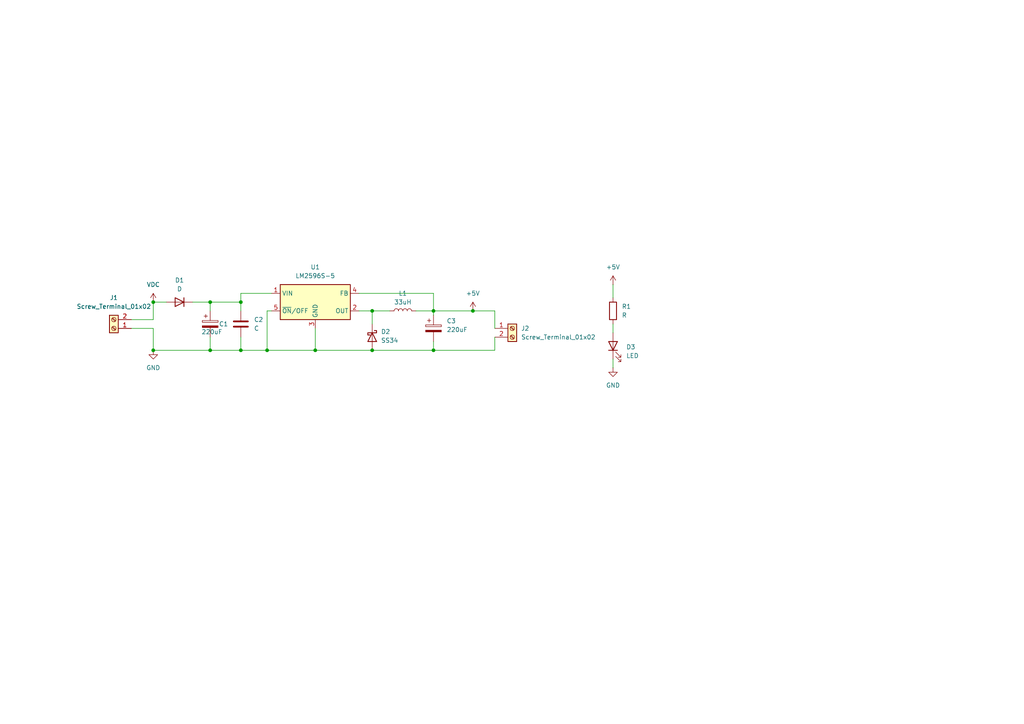
<source format=kicad_sch>
(kicad_sch
	(version 20231120)
	(generator "eeschema")
	(generator_version "8.0")
	(uuid "9b6d479a-7e0d-4446-aa84-f17db5e79dad")
	(paper "A4")
	(lib_symbols
		(symbol "Connector:Screw_Terminal_01x02"
			(pin_names
				(offset 1.016) hide)
			(exclude_from_sim no)
			(in_bom yes)
			(on_board yes)
			(property "Reference" "J"
				(at 0 2.54 0)
				(effects
					(font
						(size 1.27 1.27)
					)
				)
			)
			(property "Value" "Screw_Terminal_01x02"
				(at 0 -5.08 0)
				(effects
					(font
						(size 1.27 1.27)
					)
				)
			)
			(property "Footprint" ""
				(at 0 0 0)
				(effects
					(font
						(size 1.27 1.27)
					)
					(hide yes)
				)
			)
			(property "Datasheet" "~"
				(at 0 0 0)
				(effects
					(font
						(size 1.27 1.27)
					)
					(hide yes)
				)
			)
			(property "Description" "Generic screw terminal, single row, 01x02, script generated (kicad-library-utils/schlib/autogen/connector/)"
				(at 0 0 0)
				(effects
					(font
						(size 1.27 1.27)
					)
					(hide yes)
				)
			)
			(property "ki_keywords" "screw terminal"
				(at 0 0 0)
				(effects
					(font
						(size 1.27 1.27)
					)
					(hide yes)
				)
			)
			(property "ki_fp_filters" "TerminalBlock*:*"
				(at 0 0 0)
				(effects
					(font
						(size 1.27 1.27)
					)
					(hide yes)
				)
			)
			(symbol "Screw_Terminal_01x02_1_1"
				(rectangle
					(start -1.27 1.27)
					(end 1.27 -3.81)
					(stroke
						(width 0.254)
						(type default)
					)
					(fill
						(type background)
					)
				)
				(circle
					(center 0 -2.54)
					(radius 0.635)
					(stroke
						(width 0.1524)
						(type default)
					)
					(fill
						(type none)
					)
				)
				(polyline
					(pts
						(xy -0.5334 -2.2098) (xy 0.3302 -3.048)
					)
					(stroke
						(width 0.1524)
						(type default)
					)
					(fill
						(type none)
					)
				)
				(polyline
					(pts
						(xy -0.5334 0.3302) (xy 0.3302 -0.508)
					)
					(stroke
						(width 0.1524)
						(type default)
					)
					(fill
						(type none)
					)
				)
				(polyline
					(pts
						(xy -0.3556 -2.032) (xy 0.508 -2.8702)
					)
					(stroke
						(width 0.1524)
						(type default)
					)
					(fill
						(type none)
					)
				)
				(polyline
					(pts
						(xy -0.3556 0.508) (xy 0.508 -0.3302)
					)
					(stroke
						(width 0.1524)
						(type default)
					)
					(fill
						(type none)
					)
				)
				(circle
					(center 0 0)
					(radius 0.635)
					(stroke
						(width 0.1524)
						(type default)
					)
					(fill
						(type none)
					)
				)
				(pin passive line
					(at -5.08 0 0)
					(length 3.81)
					(name "Pin_1"
						(effects
							(font
								(size 1.27 1.27)
							)
						)
					)
					(number "1"
						(effects
							(font
								(size 1.27 1.27)
							)
						)
					)
				)
				(pin passive line
					(at -5.08 -2.54 0)
					(length 3.81)
					(name "Pin_2"
						(effects
							(font
								(size 1.27 1.27)
							)
						)
					)
					(number "2"
						(effects
							(font
								(size 1.27 1.27)
							)
						)
					)
				)
			)
		)
		(symbol "Device:C"
			(pin_numbers hide)
			(pin_names
				(offset 0.254)
			)
			(exclude_from_sim no)
			(in_bom yes)
			(on_board yes)
			(property "Reference" "C"
				(at 0.635 2.54 0)
				(effects
					(font
						(size 1.27 1.27)
					)
					(justify left)
				)
			)
			(property "Value" "C"
				(at 0.635 -2.54 0)
				(effects
					(font
						(size 1.27 1.27)
					)
					(justify left)
				)
			)
			(property "Footprint" ""
				(at 0.9652 -3.81 0)
				(effects
					(font
						(size 1.27 1.27)
					)
					(hide yes)
				)
			)
			(property "Datasheet" "~"
				(at 0 0 0)
				(effects
					(font
						(size 1.27 1.27)
					)
					(hide yes)
				)
			)
			(property "Description" "Unpolarized capacitor"
				(at 0 0 0)
				(effects
					(font
						(size 1.27 1.27)
					)
					(hide yes)
				)
			)
			(property "ki_keywords" "cap capacitor"
				(at 0 0 0)
				(effects
					(font
						(size 1.27 1.27)
					)
					(hide yes)
				)
			)
			(property "ki_fp_filters" "C_*"
				(at 0 0 0)
				(effects
					(font
						(size 1.27 1.27)
					)
					(hide yes)
				)
			)
			(symbol "C_0_1"
				(polyline
					(pts
						(xy -2.032 -0.762) (xy 2.032 -0.762)
					)
					(stroke
						(width 0.508)
						(type default)
					)
					(fill
						(type none)
					)
				)
				(polyline
					(pts
						(xy -2.032 0.762) (xy 2.032 0.762)
					)
					(stroke
						(width 0.508)
						(type default)
					)
					(fill
						(type none)
					)
				)
			)
			(symbol "C_1_1"
				(pin passive line
					(at 0 3.81 270)
					(length 2.794)
					(name "~"
						(effects
							(font
								(size 1.27 1.27)
							)
						)
					)
					(number "1"
						(effects
							(font
								(size 1.27 1.27)
							)
						)
					)
				)
				(pin passive line
					(at 0 -3.81 90)
					(length 2.794)
					(name "~"
						(effects
							(font
								(size 1.27 1.27)
							)
						)
					)
					(number "2"
						(effects
							(font
								(size 1.27 1.27)
							)
						)
					)
				)
			)
		)
		(symbol "Device:C_Polarized"
			(pin_numbers hide)
			(pin_names
				(offset 0.254)
			)
			(exclude_from_sim no)
			(in_bom yes)
			(on_board yes)
			(property "Reference" "C"
				(at 0.635 2.54 0)
				(effects
					(font
						(size 1.27 1.27)
					)
					(justify left)
				)
			)
			(property "Value" "C_Polarized"
				(at 0.635 -2.54 0)
				(effects
					(font
						(size 1.27 1.27)
					)
					(justify left)
				)
			)
			(property "Footprint" ""
				(at 0.9652 -3.81 0)
				(effects
					(font
						(size 1.27 1.27)
					)
					(hide yes)
				)
			)
			(property "Datasheet" "~"
				(at 0 0 0)
				(effects
					(font
						(size 1.27 1.27)
					)
					(hide yes)
				)
			)
			(property "Description" "Polarized capacitor"
				(at 0 0 0)
				(effects
					(font
						(size 1.27 1.27)
					)
					(hide yes)
				)
			)
			(property "ki_keywords" "cap capacitor"
				(at 0 0 0)
				(effects
					(font
						(size 1.27 1.27)
					)
					(hide yes)
				)
			)
			(property "ki_fp_filters" "CP_*"
				(at 0 0 0)
				(effects
					(font
						(size 1.27 1.27)
					)
					(hide yes)
				)
			)
			(symbol "C_Polarized_0_1"
				(rectangle
					(start -2.286 0.508)
					(end 2.286 1.016)
					(stroke
						(width 0)
						(type default)
					)
					(fill
						(type none)
					)
				)
				(polyline
					(pts
						(xy -1.778 2.286) (xy -0.762 2.286)
					)
					(stroke
						(width 0)
						(type default)
					)
					(fill
						(type none)
					)
				)
				(polyline
					(pts
						(xy -1.27 2.794) (xy -1.27 1.778)
					)
					(stroke
						(width 0)
						(type default)
					)
					(fill
						(type none)
					)
				)
				(rectangle
					(start 2.286 -0.508)
					(end -2.286 -1.016)
					(stroke
						(width 0)
						(type default)
					)
					(fill
						(type outline)
					)
				)
			)
			(symbol "C_Polarized_1_1"
				(pin passive line
					(at 0 3.81 270)
					(length 2.794)
					(name "~"
						(effects
							(font
								(size 1.27 1.27)
							)
						)
					)
					(number "1"
						(effects
							(font
								(size 1.27 1.27)
							)
						)
					)
				)
				(pin passive line
					(at 0 -3.81 90)
					(length 2.794)
					(name "~"
						(effects
							(font
								(size 1.27 1.27)
							)
						)
					)
					(number "2"
						(effects
							(font
								(size 1.27 1.27)
							)
						)
					)
				)
			)
		)
		(symbol "Device:D"
			(pin_numbers hide)
			(pin_names
				(offset 1.016) hide)
			(exclude_from_sim no)
			(in_bom yes)
			(on_board yes)
			(property "Reference" "D"
				(at 0 2.54 0)
				(effects
					(font
						(size 1.27 1.27)
					)
				)
			)
			(property "Value" "D"
				(at 0 -2.54 0)
				(effects
					(font
						(size 1.27 1.27)
					)
				)
			)
			(property "Footprint" ""
				(at 0 0 0)
				(effects
					(font
						(size 1.27 1.27)
					)
					(hide yes)
				)
			)
			(property "Datasheet" "~"
				(at 0 0 0)
				(effects
					(font
						(size 1.27 1.27)
					)
					(hide yes)
				)
			)
			(property "Description" "Diode"
				(at 0 0 0)
				(effects
					(font
						(size 1.27 1.27)
					)
					(hide yes)
				)
			)
			(property "Sim.Device" "D"
				(at 0 0 0)
				(effects
					(font
						(size 1.27 1.27)
					)
					(hide yes)
				)
			)
			(property "Sim.Pins" "1=K 2=A"
				(at 0 0 0)
				(effects
					(font
						(size 1.27 1.27)
					)
					(hide yes)
				)
			)
			(property "ki_keywords" "diode"
				(at 0 0 0)
				(effects
					(font
						(size 1.27 1.27)
					)
					(hide yes)
				)
			)
			(property "ki_fp_filters" "TO-???* *_Diode_* *SingleDiode* D_*"
				(at 0 0 0)
				(effects
					(font
						(size 1.27 1.27)
					)
					(hide yes)
				)
			)
			(symbol "D_0_1"
				(polyline
					(pts
						(xy -1.27 1.27) (xy -1.27 -1.27)
					)
					(stroke
						(width 0.254)
						(type default)
					)
					(fill
						(type none)
					)
				)
				(polyline
					(pts
						(xy 1.27 0) (xy -1.27 0)
					)
					(stroke
						(width 0)
						(type default)
					)
					(fill
						(type none)
					)
				)
				(polyline
					(pts
						(xy 1.27 1.27) (xy 1.27 -1.27) (xy -1.27 0) (xy 1.27 1.27)
					)
					(stroke
						(width 0.254)
						(type default)
					)
					(fill
						(type none)
					)
				)
			)
			(symbol "D_1_1"
				(pin passive line
					(at -3.81 0 0)
					(length 2.54)
					(name "K"
						(effects
							(font
								(size 1.27 1.27)
							)
						)
					)
					(number "1"
						(effects
							(font
								(size 1.27 1.27)
							)
						)
					)
				)
				(pin passive line
					(at 3.81 0 180)
					(length 2.54)
					(name "A"
						(effects
							(font
								(size 1.27 1.27)
							)
						)
					)
					(number "2"
						(effects
							(font
								(size 1.27 1.27)
							)
						)
					)
				)
			)
		)
		(symbol "Device:L"
			(pin_numbers hide)
			(pin_names
				(offset 1.016) hide)
			(exclude_from_sim no)
			(in_bom yes)
			(on_board yes)
			(property "Reference" "L"
				(at -1.27 0 90)
				(effects
					(font
						(size 1.27 1.27)
					)
				)
			)
			(property "Value" "L"
				(at 1.905 0 90)
				(effects
					(font
						(size 1.27 1.27)
					)
				)
			)
			(property "Footprint" ""
				(at 0 0 0)
				(effects
					(font
						(size 1.27 1.27)
					)
					(hide yes)
				)
			)
			(property "Datasheet" "~"
				(at 0 0 0)
				(effects
					(font
						(size 1.27 1.27)
					)
					(hide yes)
				)
			)
			(property "Description" "Inductor"
				(at 0 0 0)
				(effects
					(font
						(size 1.27 1.27)
					)
					(hide yes)
				)
			)
			(property "ki_keywords" "inductor choke coil reactor magnetic"
				(at 0 0 0)
				(effects
					(font
						(size 1.27 1.27)
					)
					(hide yes)
				)
			)
			(property "ki_fp_filters" "Choke_* *Coil* Inductor_* L_*"
				(at 0 0 0)
				(effects
					(font
						(size 1.27 1.27)
					)
					(hide yes)
				)
			)
			(symbol "L_0_1"
				(arc
					(start 0 -2.54)
					(mid 0.6323 -1.905)
					(end 0 -1.27)
					(stroke
						(width 0)
						(type default)
					)
					(fill
						(type none)
					)
				)
				(arc
					(start 0 -1.27)
					(mid 0.6323 -0.635)
					(end 0 0)
					(stroke
						(width 0)
						(type default)
					)
					(fill
						(type none)
					)
				)
				(arc
					(start 0 0)
					(mid 0.6323 0.635)
					(end 0 1.27)
					(stroke
						(width 0)
						(type default)
					)
					(fill
						(type none)
					)
				)
				(arc
					(start 0 1.27)
					(mid 0.6323 1.905)
					(end 0 2.54)
					(stroke
						(width 0)
						(type default)
					)
					(fill
						(type none)
					)
				)
			)
			(symbol "L_1_1"
				(pin passive line
					(at 0 3.81 270)
					(length 1.27)
					(name "1"
						(effects
							(font
								(size 1.27 1.27)
							)
						)
					)
					(number "1"
						(effects
							(font
								(size 1.27 1.27)
							)
						)
					)
				)
				(pin passive line
					(at 0 -3.81 90)
					(length 1.27)
					(name "2"
						(effects
							(font
								(size 1.27 1.27)
							)
						)
					)
					(number "2"
						(effects
							(font
								(size 1.27 1.27)
							)
						)
					)
				)
			)
		)
		(symbol "Device:LED"
			(pin_numbers hide)
			(pin_names
				(offset 1.016) hide)
			(exclude_from_sim no)
			(in_bom yes)
			(on_board yes)
			(property "Reference" "D"
				(at 0 2.54 0)
				(effects
					(font
						(size 1.27 1.27)
					)
				)
			)
			(property "Value" "LED"
				(at 0 -2.54 0)
				(effects
					(font
						(size 1.27 1.27)
					)
				)
			)
			(property "Footprint" ""
				(at 0 0 0)
				(effects
					(font
						(size 1.27 1.27)
					)
					(hide yes)
				)
			)
			(property "Datasheet" "~"
				(at 0 0 0)
				(effects
					(font
						(size 1.27 1.27)
					)
					(hide yes)
				)
			)
			(property "Description" "Light emitting diode"
				(at 0 0 0)
				(effects
					(font
						(size 1.27 1.27)
					)
					(hide yes)
				)
			)
			(property "ki_keywords" "LED diode"
				(at 0 0 0)
				(effects
					(font
						(size 1.27 1.27)
					)
					(hide yes)
				)
			)
			(property "ki_fp_filters" "LED* LED_SMD:* LED_THT:*"
				(at 0 0 0)
				(effects
					(font
						(size 1.27 1.27)
					)
					(hide yes)
				)
			)
			(symbol "LED_0_1"
				(polyline
					(pts
						(xy -1.27 -1.27) (xy -1.27 1.27)
					)
					(stroke
						(width 0.254)
						(type default)
					)
					(fill
						(type none)
					)
				)
				(polyline
					(pts
						(xy -1.27 0) (xy 1.27 0)
					)
					(stroke
						(width 0)
						(type default)
					)
					(fill
						(type none)
					)
				)
				(polyline
					(pts
						(xy 1.27 -1.27) (xy 1.27 1.27) (xy -1.27 0) (xy 1.27 -1.27)
					)
					(stroke
						(width 0.254)
						(type default)
					)
					(fill
						(type none)
					)
				)
				(polyline
					(pts
						(xy -3.048 -0.762) (xy -4.572 -2.286) (xy -3.81 -2.286) (xy -4.572 -2.286) (xy -4.572 -1.524)
					)
					(stroke
						(width 0)
						(type default)
					)
					(fill
						(type none)
					)
				)
				(polyline
					(pts
						(xy -1.778 -0.762) (xy -3.302 -2.286) (xy -2.54 -2.286) (xy -3.302 -2.286) (xy -3.302 -1.524)
					)
					(stroke
						(width 0)
						(type default)
					)
					(fill
						(type none)
					)
				)
			)
			(symbol "LED_1_1"
				(pin passive line
					(at -3.81 0 0)
					(length 2.54)
					(name "K"
						(effects
							(font
								(size 1.27 1.27)
							)
						)
					)
					(number "1"
						(effects
							(font
								(size 1.27 1.27)
							)
						)
					)
				)
				(pin passive line
					(at 3.81 0 180)
					(length 2.54)
					(name "A"
						(effects
							(font
								(size 1.27 1.27)
							)
						)
					)
					(number "2"
						(effects
							(font
								(size 1.27 1.27)
							)
						)
					)
				)
			)
		)
		(symbol "Device:R"
			(pin_numbers hide)
			(pin_names
				(offset 0)
			)
			(exclude_from_sim no)
			(in_bom yes)
			(on_board yes)
			(property "Reference" "R"
				(at 2.032 0 90)
				(effects
					(font
						(size 1.27 1.27)
					)
				)
			)
			(property "Value" "R"
				(at 0 0 90)
				(effects
					(font
						(size 1.27 1.27)
					)
				)
			)
			(property "Footprint" ""
				(at -1.778 0 90)
				(effects
					(font
						(size 1.27 1.27)
					)
					(hide yes)
				)
			)
			(property "Datasheet" "~"
				(at 0 0 0)
				(effects
					(font
						(size 1.27 1.27)
					)
					(hide yes)
				)
			)
			(property "Description" "Resistor"
				(at 0 0 0)
				(effects
					(font
						(size 1.27 1.27)
					)
					(hide yes)
				)
			)
			(property "ki_keywords" "R res resistor"
				(at 0 0 0)
				(effects
					(font
						(size 1.27 1.27)
					)
					(hide yes)
				)
			)
			(property "ki_fp_filters" "R_*"
				(at 0 0 0)
				(effects
					(font
						(size 1.27 1.27)
					)
					(hide yes)
				)
			)
			(symbol "R_0_1"
				(rectangle
					(start -1.016 -2.54)
					(end 1.016 2.54)
					(stroke
						(width 0.254)
						(type default)
					)
					(fill
						(type none)
					)
				)
			)
			(symbol "R_1_1"
				(pin passive line
					(at 0 3.81 270)
					(length 1.27)
					(name "~"
						(effects
							(font
								(size 1.27 1.27)
							)
						)
					)
					(number "1"
						(effects
							(font
								(size 1.27 1.27)
							)
						)
					)
				)
				(pin passive line
					(at 0 -3.81 90)
					(length 1.27)
					(name "~"
						(effects
							(font
								(size 1.27 1.27)
							)
						)
					)
					(number "2"
						(effects
							(font
								(size 1.27 1.27)
							)
						)
					)
				)
			)
		)
		(symbol "Diode:SS34"
			(pin_numbers hide)
			(pin_names
				(offset 1.016) hide)
			(exclude_from_sim no)
			(in_bom yes)
			(on_board yes)
			(property "Reference" "D"
				(at 0 2.54 0)
				(effects
					(font
						(size 1.27 1.27)
					)
				)
			)
			(property "Value" "SS34"
				(at 0 -2.54 0)
				(effects
					(font
						(size 1.27 1.27)
					)
				)
			)
			(property "Footprint" "Diode_SMD:D_SMA"
				(at 0 -4.445 0)
				(effects
					(font
						(size 1.27 1.27)
					)
					(hide yes)
				)
			)
			(property "Datasheet" "https://www.vishay.com/docs/88751/ss32.pdf"
				(at 0 0 0)
				(effects
					(font
						(size 1.27 1.27)
					)
					(hide yes)
				)
			)
			(property "Description" "40V 3A Schottky Diode, SMA"
				(at 0 0 0)
				(effects
					(font
						(size 1.27 1.27)
					)
					(hide yes)
				)
			)
			(property "ki_keywords" "diode Schottky"
				(at 0 0 0)
				(effects
					(font
						(size 1.27 1.27)
					)
					(hide yes)
				)
			)
			(property "ki_fp_filters" "D*SMA*"
				(at 0 0 0)
				(effects
					(font
						(size 1.27 1.27)
					)
					(hide yes)
				)
			)
			(symbol "SS34_0_1"
				(polyline
					(pts
						(xy 1.27 0) (xy -1.27 0)
					)
					(stroke
						(width 0)
						(type default)
					)
					(fill
						(type none)
					)
				)
				(polyline
					(pts
						(xy 1.27 1.27) (xy 1.27 -1.27) (xy -1.27 0) (xy 1.27 1.27)
					)
					(stroke
						(width 0.254)
						(type default)
					)
					(fill
						(type none)
					)
				)
				(polyline
					(pts
						(xy -1.905 0.635) (xy -1.905 1.27) (xy -1.27 1.27) (xy -1.27 -1.27) (xy -0.635 -1.27) (xy -0.635 -0.635)
					)
					(stroke
						(width 0.254)
						(type default)
					)
					(fill
						(type none)
					)
				)
			)
			(symbol "SS34_1_1"
				(pin passive line
					(at -3.81 0 0)
					(length 2.54)
					(name "K"
						(effects
							(font
								(size 1.27 1.27)
							)
						)
					)
					(number "1"
						(effects
							(font
								(size 1.27 1.27)
							)
						)
					)
				)
				(pin passive line
					(at 3.81 0 180)
					(length 2.54)
					(name "A"
						(effects
							(font
								(size 1.27 1.27)
							)
						)
					)
					(number "2"
						(effects
							(font
								(size 1.27 1.27)
							)
						)
					)
				)
			)
		)
		(symbol "Regulator_Switching:LM2596S-5"
			(exclude_from_sim no)
			(in_bom yes)
			(on_board yes)
			(property "Reference" "U"
				(at -10.16 6.35 0)
				(effects
					(font
						(size 1.27 1.27)
					)
					(justify left)
				)
			)
			(property "Value" "LM2596S-5"
				(at 0 6.35 0)
				(effects
					(font
						(size 1.27 1.27)
					)
					(justify left)
				)
			)
			(property "Footprint" "Package_TO_SOT_SMD:TO-263-5_TabPin3"
				(at 1.27 -6.35 0)
				(effects
					(font
						(size 1.27 1.27)
						(italic yes)
					)
					(justify left)
					(hide yes)
				)
			)
			(property "Datasheet" "http://www.ti.com/lit/ds/symlink/lm2596.pdf"
				(at 0 0 0)
				(effects
					(font
						(size 1.27 1.27)
					)
					(hide yes)
				)
			)
			(property "Description" "5V 3A Step-Down Voltage Regulator, TO-263"
				(at 0 0 0)
				(effects
					(font
						(size 1.27 1.27)
					)
					(hide yes)
				)
			)
			(property "ki_keywords" "Step-Down Voltage Regulator 5V 3A"
				(at 0 0 0)
				(effects
					(font
						(size 1.27 1.27)
					)
					(hide yes)
				)
			)
			(property "ki_fp_filters" "TO?263*"
				(at 0 0 0)
				(effects
					(font
						(size 1.27 1.27)
					)
					(hide yes)
				)
			)
			(symbol "LM2596S-5_0_1"
				(rectangle
					(start -10.16 5.08)
					(end 10.16 -5.08)
					(stroke
						(width 0.254)
						(type default)
					)
					(fill
						(type background)
					)
				)
			)
			(symbol "LM2596S-5_1_1"
				(pin power_in line
					(at -12.7 2.54 0)
					(length 2.54)
					(name "VIN"
						(effects
							(font
								(size 1.27 1.27)
							)
						)
					)
					(number "1"
						(effects
							(font
								(size 1.27 1.27)
							)
						)
					)
				)
				(pin output line
					(at 12.7 -2.54 180)
					(length 2.54)
					(name "OUT"
						(effects
							(font
								(size 1.27 1.27)
							)
						)
					)
					(number "2"
						(effects
							(font
								(size 1.27 1.27)
							)
						)
					)
				)
				(pin power_in line
					(at 0 -7.62 90)
					(length 2.54)
					(name "GND"
						(effects
							(font
								(size 1.27 1.27)
							)
						)
					)
					(number "3"
						(effects
							(font
								(size 1.27 1.27)
							)
						)
					)
				)
				(pin input line
					(at 12.7 2.54 180)
					(length 2.54)
					(name "FB"
						(effects
							(font
								(size 1.27 1.27)
							)
						)
					)
					(number "4"
						(effects
							(font
								(size 1.27 1.27)
							)
						)
					)
				)
				(pin input line
					(at -12.7 -2.54 0)
					(length 2.54)
					(name "~{ON}/OFF"
						(effects
							(font
								(size 1.27 1.27)
							)
						)
					)
					(number "5"
						(effects
							(font
								(size 1.27 1.27)
							)
						)
					)
				)
			)
		)
		(symbol "power:+5V"
			(power)
			(pin_numbers hide)
			(pin_names
				(offset 0) hide)
			(exclude_from_sim no)
			(in_bom yes)
			(on_board yes)
			(property "Reference" "#PWR"
				(at 0 -3.81 0)
				(effects
					(font
						(size 1.27 1.27)
					)
					(hide yes)
				)
			)
			(property "Value" "+5V"
				(at 0 3.556 0)
				(effects
					(font
						(size 1.27 1.27)
					)
				)
			)
			(property "Footprint" ""
				(at 0 0 0)
				(effects
					(font
						(size 1.27 1.27)
					)
					(hide yes)
				)
			)
			(property "Datasheet" ""
				(at 0 0 0)
				(effects
					(font
						(size 1.27 1.27)
					)
					(hide yes)
				)
			)
			(property "Description" "Power symbol creates a global label with name \"+5V\""
				(at 0 0 0)
				(effects
					(font
						(size 1.27 1.27)
					)
					(hide yes)
				)
			)
			(property "ki_keywords" "global power"
				(at 0 0 0)
				(effects
					(font
						(size 1.27 1.27)
					)
					(hide yes)
				)
			)
			(symbol "+5V_0_1"
				(polyline
					(pts
						(xy -0.762 1.27) (xy 0 2.54)
					)
					(stroke
						(width 0)
						(type default)
					)
					(fill
						(type none)
					)
				)
				(polyline
					(pts
						(xy 0 0) (xy 0 2.54)
					)
					(stroke
						(width 0)
						(type default)
					)
					(fill
						(type none)
					)
				)
				(polyline
					(pts
						(xy 0 2.54) (xy 0.762 1.27)
					)
					(stroke
						(width 0)
						(type default)
					)
					(fill
						(type none)
					)
				)
			)
			(symbol "+5V_1_1"
				(pin power_in line
					(at 0 0 90)
					(length 0)
					(name "~"
						(effects
							(font
								(size 1.27 1.27)
							)
						)
					)
					(number "1"
						(effects
							(font
								(size 1.27 1.27)
							)
						)
					)
				)
			)
		)
		(symbol "power:GND"
			(power)
			(pin_numbers hide)
			(pin_names
				(offset 0) hide)
			(exclude_from_sim no)
			(in_bom yes)
			(on_board yes)
			(property "Reference" "#PWR"
				(at 0 -6.35 0)
				(effects
					(font
						(size 1.27 1.27)
					)
					(hide yes)
				)
			)
			(property "Value" "GND"
				(at 0 -3.81 0)
				(effects
					(font
						(size 1.27 1.27)
					)
				)
			)
			(property "Footprint" ""
				(at 0 0 0)
				(effects
					(font
						(size 1.27 1.27)
					)
					(hide yes)
				)
			)
			(property "Datasheet" ""
				(at 0 0 0)
				(effects
					(font
						(size 1.27 1.27)
					)
					(hide yes)
				)
			)
			(property "Description" "Power symbol creates a global label with name \"GND\" , ground"
				(at 0 0 0)
				(effects
					(font
						(size 1.27 1.27)
					)
					(hide yes)
				)
			)
			(property "ki_keywords" "global power"
				(at 0 0 0)
				(effects
					(font
						(size 1.27 1.27)
					)
					(hide yes)
				)
			)
			(symbol "GND_0_1"
				(polyline
					(pts
						(xy 0 0) (xy 0 -1.27) (xy 1.27 -1.27) (xy 0 -2.54) (xy -1.27 -1.27) (xy 0 -1.27)
					)
					(stroke
						(width 0)
						(type default)
					)
					(fill
						(type none)
					)
				)
			)
			(symbol "GND_1_1"
				(pin power_in line
					(at 0 0 270)
					(length 0)
					(name "~"
						(effects
							(font
								(size 1.27 1.27)
							)
						)
					)
					(number "1"
						(effects
							(font
								(size 1.27 1.27)
							)
						)
					)
				)
			)
		)
		(symbol "power:VDC"
			(power)
			(pin_numbers hide)
			(pin_names
				(offset 0) hide)
			(exclude_from_sim no)
			(in_bom yes)
			(on_board yes)
			(property "Reference" "#PWR"
				(at 0 -3.81 0)
				(effects
					(font
						(size 1.27 1.27)
					)
					(hide yes)
				)
			)
			(property "Value" "VDC"
				(at 0 3.556 0)
				(effects
					(font
						(size 1.27 1.27)
					)
				)
			)
			(property "Footprint" ""
				(at 0 0 0)
				(effects
					(font
						(size 1.27 1.27)
					)
					(hide yes)
				)
			)
			(property "Datasheet" ""
				(at 0 0 0)
				(effects
					(font
						(size 1.27 1.27)
					)
					(hide yes)
				)
			)
			(property "Description" "Power symbol creates a global label with name \"VDC\""
				(at 0 0 0)
				(effects
					(font
						(size 1.27 1.27)
					)
					(hide yes)
				)
			)
			(property "ki_keywords" "global power"
				(at 0 0 0)
				(effects
					(font
						(size 1.27 1.27)
					)
					(hide yes)
				)
			)
			(symbol "VDC_0_1"
				(polyline
					(pts
						(xy -0.762 1.27) (xy 0 2.54)
					)
					(stroke
						(width 0)
						(type default)
					)
					(fill
						(type none)
					)
				)
				(polyline
					(pts
						(xy 0 0) (xy 0 2.54)
					)
					(stroke
						(width 0)
						(type default)
					)
					(fill
						(type none)
					)
				)
				(polyline
					(pts
						(xy 0 2.54) (xy 0.762 1.27)
					)
					(stroke
						(width 0)
						(type default)
					)
					(fill
						(type none)
					)
				)
			)
			(symbol "VDC_1_1"
				(pin power_in line
					(at 0 0 90)
					(length 0)
					(name "~"
						(effects
							(font
								(size 1.27 1.27)
							)
						)
					)
					(number "1"
						(effects
							(font
								(size 1.27 1.27)
							)
						)
					)
				)
			)
		)
	)
	(junction
		(at 77.47 101.6)
		(diameter 0)
		(color 0 0 0 0)
		(uuid "0422dfb9-ffe9-4445-a77c-b72955565406")
	)
	(junction
		(at 60.96 87.63)
		(diameter 0)
		(color 0 0 0 0)
		(uuid "0e4cd28f-118e-4d08-bee8-2fd3325edbcb")
	)
	(junction
		(at 69.85 87.63)
		(diameter 0)
		(color 0 0 0 0)
		(uuid "1b1b3829-40ce-42cc-936c-b75753001954")
	)
	(junction
		(at 44.45 101.6)
		(diameter 0)
		(color 0 0 0 0)
		(uuid "20e872bf-eb01-470d-9f78-26c6cda3d29a")
	)
	(junction
		(at 91.44 101.6)
		(diameter 0)
		(color 0 0 0 0)
		(uuid "24ee19bd-2689-4a13-a74d-0f8bdd999a9c")
	)
	(junction
		(at 125.73 101.6)
		(diameter 0)
		(color 0 0 0 0)
		(uuid "3ace4b73-415d-40ef-ba85-5fd91a235aca")
	)
	(junction
		(at 107.95 90.17)
		(diameter 0)
		(color 0 0 0 0)
		(uuid "53718f07-febd-4716-b338-a518926620de")
	)
	(junction
		(at 60.96 101.6)
		(diameter 0)
		(color 0 0 0 0)
		(uuid "788824dd-e04f-40c9-ad6d-5969ae90b54a")
	)
	(junction
		(at 107.95 101.6)
		(diameter 0)
		(color 0 0 0 0)
		(uuid "7a054842-0670-4f2e-97c7-bf0073150e5f")
	)
	(junction
		(at 44.45 87.63)
		(diameter 0)
		(color 0 0 0 0)
		(uuid "83d18ec0-7e0b-4bc0-9a64-9b8018b904dd")
	)
	(junction
		(at 125.73 90.17)
		(diameter 0)
		(color 0 0 0 0)
		(uuid "c91fcf40-a6e0-40a9-944e-d19fb44169bb")
	)
	(junction
		(at 69.85 101.6)
		(diameter 0)
		(color 0 0 0 0)
		(uuid "d7a01fc6-0993-4ba8-86aa-b6c7f110c5e8")
	)
	(junction
		(at 137.16 90.17)
		(diameter 0)
		(color 0 0 0 0)
		(uuid "e6fe59be-a987-4b3b-9550-4d1d55e898a4")
	)
	(wire
		(pts
			(xy 69.85 101.6) (xy 77.47 101.6)
		)
		(stroke
			(width 0)
			(type default)
		)
		(uuid "00cdb91d-d631-4e81-8b19-6024c3079925")
	)
	(wire
		(pts
			(xy 48.26 87.63) (xy 44.45 87.63)
		)
		(stroke
			(width 0)
			(type default)
		)
		(uuid "0b07ac0c-413f-4206-868d-4c89f600b807")
	)
	(wire
		(pts
			(xy 60.96 87.63) (xy 69.85 87.63)
		)
		(stroke
			(width 0)
			(type default)
		)
		(uuid "16e5cefb-f954-404e-8a37-3b9d3666d34c")
	)
	(wire
		(pts
			(xy 69.85 85.09) (xy 78.74 85.09)
		)
		(stroke
			(width 0)
			(type default)
		)
		(uuid "234a0159-8fb4-403e-b3f7-4f78d97dfbab")
	)
	(wire
		(pts
			(xy 107.95 90.17) (xy 113.03 90.17)
		)
		(stroke
			(width 0)
			(type default)
		)
		(uuid "2403f9ce-dbc1-422e-909c-ff9de1c5740c")
	)
	(wire
		(pts
			(xy 125.73 85.09) (xy 125.73 90.17)
		)
		(stroke
			(width 0)
			(type default)
		)
		(uuid "393db270-ea0a-41c4-8c81-c0c393006e75")
	)
	(wire
		(pts
			(xy 38.1 92.71) (xy 44.45 92.71)
		)
		(stroke
			(width 0)
			(type default)
		)
		(uuid "39ad06f9-dae4-49e8-a81f-8a8a0bd33bbc")
	)
	(wire
		(pts
			(xy 143.51 90.17) (xy 143.51 95.25)
		)
		(stroke
			(width 0)
			(type default)
		)
		(uuid "3bd7c926-490d-403e-bf50-8120a57a3476")
	)
	(wire
		(pts
			(xy 177.8 82.55) (xy 177.8 86.36)
		)
		(stroke
			(width 0)
			(type default)
		)
		(uuid "42c03c1f-01ac-4125-9b87-89d68cca560c")
	)
	(wire
		(pts
			(xy 125.73 99.06) (xy 125.73 101.6)
		)
		(stroke
			(width 0)
			(type default)
		)
		(uuid "4c65a3b6-684a-4c8f-be54-cbbfbeec89f6")
	)
	(wire
		(pts
			(xy 60.96 97.79) (xy 60.96 101.6)
		)
		(stroke
			(width 0)
			(type default)
		)
		(uuid "58a3b464-09c0-4739-ba47-43cbbb60d1ee")
	)
	(wire
		(pts
			(xy 143.51 97.79) (xy 143.51 101.6)
		)
		(stroke
			(width 0)
			(type default)
		)
		(uuid "5c982185-98fd-4b1c-a29f-35bbefeb62f1")
	)
	(wire
		(pts
			(xy 177.8 104.14) (xy 177.8 106.68)
		)
		(stroke
			(width 0)
			(type default)
		)
		(uuid "5e9e4af1-0d3c-4b36-ac52-85005c474c61")
	)
	(wire
		(pts
			(xy 91.44 95.25) (xy 91.44 101.6)
		)
		(stroke
			(width 0)
			(type default)
		)
		(uuid "751de191-f436-4506-b958-42466d043045")
	)
	(wire
		(pts
			(xy 177.8 93.98) (xy 177.8 96.52)
		)
		(stroke
			(width 0)
			(type default)
		)
		(uuid "7a906224-73aa-4155-b4cc-4200ef2ed4e6")
	)
	(wire
		(pts
			(xy 69.85 87.63) (xy 69.85 90.17)
		)
		(stroke
			(width 0)
			(type default)
		)
		(uuid "7dc4d77a-9bc5-4cf9-8ee6-5bd07214e3df")
	)
	(wire
		(pts
			(xy 78.74 90.17) (xy 77.47 90.17)
		)
		(stroke
			(width 0)
			(type default)
		)
		(uuid "806b88a1-4f04-43d0-be94-7470bd8d035a")
	)
	(wire
		(pts
			(xy 60.96 101.6) (xy 69.85 101.6)
		)
		(stroke
			(width 0)
			(type default)
		)
		(uuid "8c65db31-0d4f-4307-9a83-ebca71fb76ac")
	)
	(wire
		(pts
			(xy 104.14 90.17) (xy 107.95 90.17)
		)
		(stroke
			(width 0)
			(type default)
		)
		(uuid "92377697-d436-44c4-8216-b7e9097977d4")
	)
	(wire
		(pts
			(xy 125.73 90.17) (xy 137.16 90.17)
		)
		(stroke
			(width 0)
			(type default)
		)
		(uuid "abe000e3-c880-42cf-bc8e-223778b7ecae")
	)
	(wire
		(pts
			(xy 38.1 95.25) (xy 44.45 95.25)
		)
		(stroke
			(width 0)
			(type default)
		)
		(uuid "ada5757d-cf3d-4856-a3fc-1cef3ee1c4ae")
	)
	(wire
		(pts
			(xy 69.85 97.79) (xy 69.85 101.6)
		)
		(stroke
			(width 0)
			(type default)
		)
		(uuid "bcadfe93-fa92-42d9-bd12-0de4f28bf284")
	)
	(wire
		(pts
			(xy 91.44 101.6) (xy 107.95 101.6)
		)
		(stroke
			(width 0)
			(type default)
		)
		(uuid "bed27687-7dad-439b-b0e3-fec3d7fe18a2")
	)
	(wire
		(pts
			(xy 137.16 90.17) (xy 143.51 90.17)
		)
		(stroke
			(width 0)
			(type default)
		)
		(uuid "c04213c4-d0c2-42d2-b241-da5ce4331d5a")
	)
	(wire
		(pts
			(xy 125.73 90.17) (xy 125.73 91.44)
		)
		(stroke
			(width 0)
			(type default)
		)
		(uuid "c3fff3b9-a02e-48dd-a67e-074c16afe666")
	)
	(wire
		(pts
			(xy 104.14 85.09) (xy 125.73 85.09)
		)
		(stroke
			(width 0)
			(type default)
		)
		(uuid "cd060d78-fdfc-45a8-9005-3fc2574dfcab")
	)
	(wire
		(pts
			(xy 60.96 87.63) (xy 60.96 90.17)
		)
		(stroke
			(width 0)
			(type default)
		)
		(uuid "d542fc98-20fd-4c50-b598-566de34fcc39")
	)
	(wire
		(pts
			(xy 125.73 101.6) (xy 143.51 101.6)
		)
		(stroke
			(width 0)
			(type default)
		)
		(uuid "d61e992e-4388-4e24-b72f-eeda57377655")
	)
	(wire
		(pts
			(xy 77.47 90.17) (xy 77.47 101.6)
		)
		(stroke
			(width 0)
			(type default)
		)
		(uuid "de061741-d5fd-4b85-8cb0-09b99b1b0a58")
	)
	(wire
		(pts
			(xy 120.65 90.17) (xy 125.73 90.17)
		)
		(stroke
			(width 0)
			(type default)
		)
		(uuid "de257699-b185-46da-a7b0-97d3c85b378c")
	)
	(wire
		(pts
			(xy 107.95 90.17) (xy 107.95 93.98)
		)
		(stroke
			(width 0)
			(type default)
		)
		(uuid "e090a569-0900-44c5-9d96-10b39fd02e47")
	)
	(wire
		(pts
			(xy 77.47 101.6) (xy 91.44 101.6)
		)
		(stroke
			(width 0)
			(type default)
		)
		(uuid "e3680d65-9284-408d-9d22-08a79e1aae4c")
	)
	(wire
		(pts
			(xy 44.45 95.25) (xy 44.45 101.6)
		)
		(stroke
			(width 0)
			(type default)
		)
		(uuid "e56b45e4-19ba-49ab-87a3-b09b3249a517")
	)
	(wire
		(pts
			(xy 44.45 87.63) (xy 44.45 92.71)
		)
		(stroke
			(width 0)
			(type default)
		)
		(uuid "e7ee57d8-a094-47ad-aed0-257fa6551b99")
	)
	(wire
		(pts
			(xy 107.95 101.6) (xy 125.73 101.6)
		)
		(stroke
			(width 0)
			(type default)
		)
		(uuid "e9678601-eef5-4e98-837d-139a8f700d9a")
	)
	(wire
		(pts
			(xy 44.45 101.6) (xy 60.96 101.6)
		)
		(stroke
			(width 0)
			(type default)
		)
		(uuid "f08a4ece-428f-4ab0-abe6-5f6e17b66f33")
	)
	(wire
		(pts
			(xy 69.85 87.63) (xy 69.85 85.09)
		)
		(stroke
			(width 0)
			(type default)
		)
		(uuid "f5590397-5975-4680-a558-08a7ed2b78fe")
	)
	(wire
		(pts
			(xy 55.88 87.63) (xy 60.96 87.63)
		)
		(stroke
			(width 0)
			(type default)
		)
		(uuid "fabe109b-1580-47c6-a677-4b9ac4a9074d")
	)
	(symbol
		(lib_id "Device:D")
		(at 52.07 87.63 180)
		(unit 1)
		(exclude_from_sim no)
		(in_bom yes)
		(on_board yes)
		(dnp no)
		(fields_autoplaced yes)
		(uuid "05e66ea5-c57e-4d78-97ec-7dae867b1dc8")
		(property "Reference" "D1"
			(at 52.07 81.28 0)
			(effects
				(font
					(size 1.27 1.27)
				)
			)
		)
		(property "Value" "D"
			(at 52.07 83.82 0)
			(effects
				(font
					(size 1.27 1.27)
				)
			)
		)
		(property "Footprint" "Diode_SMD:D_2114_3652Metric"
			(at 52.07 87.63 0)
			(effects
				(font
					(size 1.27 1.27)
				)
				(hide yes)
			)
		)
		(property "Datasheet" "~"
			(at 52.07 87.63 0)
			(effects
				(font
					(size 1.27 1.27)
				)
				(hide yes)
			)
		)
		(property "Description" "Diode"
			(at 52.07 87.63 0)
			(effects
				(font
					(size 1.27 1.27)
				)
				(hide yes)
			)
		)
		(property "Sim.Device" "D"
			(at 52.07 87.63 0)
			(effects
				(font
					(size 1.27 1.27)
				)
				(hide yes)
			)
		)
		(property "Sim.Pins" "1=K 2=A"
			(at 52.07 87.63 0)
			(effects
				(font
					(size 1.27 1.27)
				)
				(hide yes)
			)
		)
		(pin "1"
			(uuid "d1732970-5125-43c6-a894-8fccda8dee7c")
		)
		(pin "2"
			(uuid "23d2d2c0-a561-4faf-9c20-20ba95ed715a")
		)
		(instances
			(project ""
				(path "/9b6d479a-7e0d-4446-aa84-f17db5e79dad"
					(reference "D1")
					(unit 1)
				)
			)
		)
	)
	(symbol
		(lib_id "Diode:SS34")
		(at 107.95 97.79 270)
		(unit 1)
		(exclude_from_sim no)
		(in_bom yes)
		(on_board yes)
		(dnp no)
		(fields_autoplaced yes)
		(uuid "10cdf457-905f-4986-aa16-77f8be7a10ba")
		(property "Reference" "D2"
			(at 110.49 96.2024 90)
			(effects
				(font
					(size 1.27 1.27)
				)
				(justify left)
			)
		)
		(property "Value" "SS34"
			(at 110.49 98.7424 90)
			(effects
				(font
					(size 1.27 1.27)
				)
				(justify left)
			)
		)
		(property "Footprint" "Diode_SMD:D_SMA"
			(at 103.505 97.79 0)
			(effects
				(font
					(size 1.27 1.27)
				)
				(hide yes)
			)
		)
		(property "Datasheet" "https://www.vishay.com/docs/88751/ss32.pdf"
			(at 107.95 97.79 0)
			(effects
				(font
					(size 1.27 1.27)
				)
				(hide yes)
			)
		)
		(property "Description" "40V 3A Schottky Diode, SMA"
			(at 107.95 97.79 0)
			(effects
				(font
					(size 1.27 1.27)
				)
				(hide yes)
			)
		)
		(pin "2"
			(uuid "11b890c6-88b8-405c-b49a-6d51259dd193")
		)
		(pin "1"
			(uuid "664c19f6-2d0f-46e8-b4dc-30a75b22d8e0")
		)
		(instances
			(project ""
				(path "/9b6d479a-7e0d-4446-aa84-f17db5e79dad"
					(reference "D2")
					(unit 1)
				)
			)
		)
	)
	(symbol
		(lib_id "Connector:Screw_Terminal_01x02")
		(at 33.02 95.25 180)
		(unit 1)
		(exclude_from_sim no)
		(in_bom yes)
		(on_board yes)
		(dnp no)
		(fields_autoplaced yes)
		(uuid "10f7e4b4-55e1-4292-ad4a-87663dae33db")
		(property "Reference" "J1"
			(at 33.02 86.36 0)
			(effects
				(font
					(size 1.27 1.27)
				)
			)
		)
		(property "Value" "Screw_Terminal_01x02"
			(at 33.02 88.9 0)
			(effects
				(font
					(size 1.27 1.27)
				)
			)
		)
		(property "Footprint" "TerminalBlock_Phoenix:TerminalBlock_Phoenix_MKDS-1,5-2-5.08_1x02_P5.08mm_Horizontal"
			(at 33.02 95.25 0)
			(effects
				(font
					(size 1.27 1.27)
				)
				(hide yes)
			)
		)
		(property "Datasheet" "~"
			(at 33.02 95.25 0)
			(effects
				(font
					(size 1.27 1.27)
				)
				(hide yes)
			)
		)
		(property "Description" "Generic screw terminal, single row, 01x02, script generated (kicad-library-utils/schlib/autogen/connector/)"
			(at 33.02 95.25 0)
			(effects
				(font
					(size 1.27 1.27)
				)
				(hide yes)
			)
		)
		(pin "1"
			(uuid "e9657863-949e-49da-9b7d-3c776d518c19")
		)
		(pin "2"
			(uuid "e60e972a-c079-4082-928b-67debaedb04e")
		)
		(instances
			(project ""
				(path "/9b6d479a-7e0d-4446-aa84-f17db5e79dad"
					(reference "J1")
					(unit 1)
				)
			)
		)
	)
	(symbol
		(lib_id "Regulator_Switching:LM2596S-5")
		(at 91.44 87.63 0)
		(unit 1)
		(exclude_from_sim no)
		(in_bom yes)
		(on_board yes)
		(dnp no)
		(fields_autoplaced yes)
		(uuid "16081c9e-dc3b-4864-b869-701e50dec54a")
		(property "Reference" "U1"
			(at 91.44 77.47 0)
			(effects
				(font
					(size 1.27 1.27)
				)
			)
		)
		(property "Value" "LM2596S-5"
			(at 91.44 80.01 0)
			(effects
				(font
					(size 1.27 1.27)
				)
			)
		)
		(property "Footprint" "Package_TO_SOT_SMD:TO-263-5_TabPin3"
			(at 92.71 93.98 0)
			(effects
				(font
					(size 1.27 1.27)
					(italic yes)
				)
				(justify left)
				(hide yes)
			)
		)
		(property "Datasheet" "http://www.ti.com/lit/ds/symlink/lm2596.pdf"
			(at 91.44 87.63 0)
			(effects
				(font
					(size 1.27 1.27)
				)
				(hide yes)
			)
		)
		(property "Description" "5V 3A Step-Down Voltage Regulator, TO-263"
			(at 91.44 87.63 0)
			(effects
				(font
					(size 1.27 1.27)
				)
				(hide yes)
			)
		)
		(pin "2"
			(uuid "c57b239d-a3c7-48d4-a2f7-3db051df97f5")
		)
		(pin "4"
			(uuid "b3bafdde-1061-427a-9b7d-1ccfcdd3d564")
		)
		(pin "1"
			(uuid "c85a3892-91d6-457a-a750-425337e32888")
		)
		(pin "3"
			(uuid "016df7d7-2bd0-4121-b17e-6dc7f5dc7564")
		)
		(pin "5"
			(uuid "4f6ae0fe-8188-49da-b5d7-78a0fc0a7445")
		)
		(instances
			(project ""
				(path "/9b6d479a-7e0d-4446-aa84-f17db5e79dad"
					(reference "U1")
					(unit 1)
				)
			)
		)
	)
	(symbol
		(lib_id "Device:C")
		(at 69.85 93.98 0)
		(unit 1)
		(exclude_from_sim no)
		(in_bom yes)
		(on_board yes)
		(dnp no)
		(fields_autoplaced yes)
		(uuid "1a1eab20-c8e0-4172-a12b-04642fa10e94")
		(property "Reference" "C2"
			(at 73.66 92.7099 0)
			(effects
				(font
					(size 1.27 1.27)
				)
				(justify left)
			)
		)
		(property "Value" "C"
			(at 73.66 95.2499 0)
			(effects
				(font
					(size 1.27 1.27)
				)
				(justify left)
			)
		)
		(property "Footprint" "Capacitor_SMD:C_0603_1608Metric_Pad1.08x0.95mm_HandSolder"
			(at 70.8152 97.79 0)
			(effects
				(font
					(size 1.27 1.27)
				)
				(hide yes)
			)
		)
		(property "Datasheet" "~"
			(at 69.85 93.98 0)
			(effects
				(font
					(size 1.27 1.27)
				)
				(hide yes)
			)
		)
		(property "Description" "Unpolarized capacitor"
			(at 69.85 93.98 0)
			(effects
				(font
					(size 1.27 1.27)
				)
				(hide yes)
			)
		)
		(pin "1"
			(uuid "a4327b71-c0be-41fd-ba10-bfa8e628a507")
		)
		(pin "2"
			(uuid "666672a3-f69e-436e-af7a-b38f2dad7bd0")
		)
		(instances
			(project ""
				(path "/9b6d479a-7e0d-4446-aa84-f17db5e79dad"
					(reference "C2")
					(unit 1)
				)
			)
		)
	)
	(symbol
		(lib_id "power:GND")
		(at 44.45 101.6 0)
		(unit 1)
		(exclude_from_sim no)
		(in_bom yes)
		(on_board yes)
		(dnp no)
		(fields_autoplaced yes)
		(uuid "3f1173fe-5921-408b-a03f-36164522d770")
		(property "Reference" "#PWR02"
			(at 44.45 107.95 0)
			(effects
				(font
					(size 1.27 1.27)
				)
				(hide yes)
			)
		)
		(property "Value" "GND"
			(at 44.45 106.68 0)
			(effects
				(font
					(size 1.27 1.27)
				)
			)
		)
		(property "Footprint" ""
			(at 44.45 101.6 0)
			(effects
				(font
					(size 1.27 1.27)
				)
				(hide yes)
			)
		)
		(property "Datasheet" ""
			(at 44.45 101.6 0)
			(effects
				(font
					(size 1.27 1.27)
				)
				(hide yes)
			)
		)
		(property "Description" "Power symbol creates a global label with name \"GND\" , ground"
			(at 44.45 101.6 0)
			(effects
				(font
					(size 1.27 1.27)
				)
				(hide yes)
			)
		)
		(pin "1"
			(uuid "14d6cf5c-a846-4b5b-b1c2-25c254a0ee56")
		)
		(instances
			(project ""
				(path "/9b6d479a-7e0d-4446-aa84-f17db5e79dad"
					(reference "#PWR02")
					(unit 1)
				)
			)
		)
	)
	(symbol
		(lib_id "Device:R")
		(at 177.8 90.17 0)
		(unit 1)
		(exclude_from_sim no)
		(in_bom yes)
		(on_board yes)
		(dnp no)
		(fields_autoplaced yes)
		(uuid "5b901f62-588b-4581-8c90-92fea3e5a255")
		(property "Reference" "R1"
			(at 180.34 88.8999 0)
			(effects
				(font
					(size 1.27 1.27)
				)
				(justify left)
			)
		)
		(property "Value" "R"
			(at 180.34 91.4399 0)
			(effects
				(font
					(size 1.27 1.27)
				)
				(justify left)
			)
		)
		(property "Footprint" "Resistor_SMD:R_0603_1608Metric"
			(at 176.022 90.17 90)
			(effects
				(font
					(size 1.27 1.27)
				)
				(hide yes)
			)
		)
		(property "Datasheet" "~"
			(at 177.8 90.17 0)
			(effects
				(font
					(size 1.27 1.27)
				)
				(hide yes)
			)
		)
		(property "Description" "Resistor"
			(at 177.8 90.17 0)
			(effects
				(font
					(size 1.27 1.27)
				)
				(hide yes)
			)
		)
		(pin "2"
			(uuid "0a3ef812-2bb3-415a-8d23-8cb657321794")
		)
		(pin "1"
			(uuid "f1c45bb0-c437-4c9c-b659-0760c4cc2c18")
		)
		(instances
			(project ""
				(path "/9b6d479a-7e0d-4446-aa84-f17db5e79dad"
					(reference "R1")
					(unit 1)
				)
			)
		)
	)
	(symbol
		(lib_id "Device:LED")
		(at 177.8 100.33 90)
		(unit 1)
		(exclude_from_sim no)
		(in_bom yes)
		(on_board yes)
		(dnp no)
		(fields_autoplaced yes)
		(uuid "6238a11f-0257-4994-833a-40915ef0b5f2")
		(property "Reference" "D3"
			(at 181.61 100.6474 90)
			(effects
				(font
					(size 1.27 1.27)
				)
				(justify right)
			)
		)
		(property "Value" "LED"
			(at 181.61 103.1874 90)
			(effects
				(font
					(size 1.27 1.27)
				)
				(justify right)
			)
		)
		(property "Footprint" "LED_SMD:LED_0402_1005Metric"
			(at 177.8 100.33 0)
			(effects
				(font
					(size 1.27 1.27)
				)
				(hide yes)
			)
		)
		(property "Datasheet" "~"
			(at 177.8 100.33 0)
			(effects
				(font
					(size 1.27 1.27)
				)
				(hide yes)
			)
		)
		(property "Description" "Light emitting diode"
			(at 177.8 100.33 0)
			(effects
				(font
					(size 1.27 1.27)
				)
				(hide yes)
			)
		)
		(pin "2"
			(uuid "53b209ca-7191-48f1-9c76-c60f18143077")
		)
		(pin "1"
			(uuid "5b0f5d8e-3a09-49e2-b93f-4716f8771d24")
		)
		(instances
			(project ""
				(path "/9b6d479a-7e0d-4446-aa84-f17db5e79dad"
					(reference "D3")
					(unit 1)
				)
			)
		)
	)
	(symbol
		(lib_id "Device:C_Polarized")
		(at 125.73 95.25 0)
		(unit 1)
		(exclude_from_sim no)
		(in_bom yes)
		(on_board yes)
		(dnp no)
		(fields_autoplaced yes)
		(uuid "63226912-a414-4e59-8bc2-54d7314d6d39")
		(property "Reference" "C3"
			(at 129.54 93.0909 0)
			(effects
				(font
					(size 1.27 1.27)
				)
				(justify left)
			)
		)
		(property "Value" "220uF"
			(at 129.54 95.6309 0)
			(effects
				(font
					(size 1.27 1.27)
				)
				(justify left)
			)
		)
		(property "Footprint" "Capacitor_SMD:CP_Elec_8x10"
			(at 126.6952 99.06 0)
			(effects
				(font
					(size 1.27 1.27)
				)
				(hide yes)
			)
		)
		(property "Datasheet" "~"
			(at 125.73 95.25 0)
			(effects
				(font
					(size 1.27 1.27)
				)
				(hide yes)
			)
		)
		(property "Description" "Polarized capacitor"
			(at 125.73 95.25 0)
			(effects
				(font
					(size 1.27 1.27)
				)
				(hide yes)
			)
		)
		(pin "1"
			(uuid "f4219e9c-cbfa-4cd8-bd42-76253320594c")
		)
		(pin "2"
			(uuid "953e1cde-c392-4c20-a117-f91c697c1805")
		)
		(instances
			(project ""
				(path "/9b6d479a-7e0d-4446-aa84-f17db5e79dad"
					(reference "C3")
					(unit 1)
				)
			)
		)
	)
	(symbol
		(lib_id "power:+5V")
		(at 137.16 90.17 0)
		(unit 1)
		(exclude_from_sim no)
		(in_bom yes)
		(on_board yes)
		(dnp no)
		(fields_autoplaced yes)
		(uuid "6d86df99-c495-49e6-9fa4-aa2bced81678")
		(property "Reference" "#PWR03"
			(at 137.16 93.98 0)
			(effects
				(font
					(size 1.27 1.27)
				)
				(hide yes)
			)
		)
		(property "Value" "+5V"
			(at 137.16 85.09 0)
			(effects
				(font
					(size 1.27 1.27)
				)
			)
		)
		(property "Footprint" ""
			(at 137.16 90.17 0)
			(effects
				(font
					(size 1.27 1.27)
				)
				(hide yes)
			)
		)
		(property "Datasheet" ""
			(at 137.16 90.17 0)
			(effects
				(font
					(size 1.27 1.27)
				)
				(hide yes)
			)
		)
		(property "Description" "Power symbol creates a global label with name \"+5V\""
			(at 137.16 90.17 0)
			(effects
				(font
					(size 1.27 1.27)
				)
				(hide yes)
			)
		)
		(pin "1"
			(uuid "a223a365-23c5-4a7b-a570-6230addf4b98")
		)
		(instances
			(project ""
				(path "/9b6d479a-7e0d-4446-aa84-f17db5e79dad"
					(reference "#PWR03")
					(unit 1)
				)
			)
		)
	)
	(symbol
		(lib_id "Device:L")
		(at 116.84 90.17 90)
		(unit 1)
		(exclude_from_sim no)
		(in_bom yes)
		(on_board yes)
		(dnp no)
		(fields_autoplaced yes)
		(uuid "9f46b6ba-279f-4e96-ab4d-8d0e7e05843d")
		(property "Reference" "L1"
			(at 116.84 85.09 90)
			(effects
				(font
					(size 1.27 1.27)
				)
			)
		)
		(property "Value" "33uH"
			(at 116.84 87.63 90)
			(effects
				(font
					(size 1.27 1.27)
				)
			)
		)
		(property "Footprint" "Inductor_SMD:L_12x12mm_H4.5mm"
			(at 116.84 90.17 0)
			(effects
				(font
					(size 1.27 1.27)
				)
				(hide yes)
			)
		)
		(property "Datasheet" "~"
			(at 116.84 90.17 0)
			(effects
				(font
					(size 1.27 1.27)
				)
				(hide yes)
			)
		)
		(property "Description" "Inductor"
			(at 116.84 90.17 0)
			(effects
				(font
					(size 1.27 1.27)
				)
				(hide yes)
			)
		)
		(pin "1"
			(uuid "1a31dfb5-9dc1-4e7f-a651-21beef7989ac")
		)
		(pin "2"
			(uuid "dfa65fcf-598e-430d-b661-ffeb5c78363b")
		)
		(instances
			(project ""
				(path "/9b6d479a-7e0d-4446-aa84-f17db5e79dad"
					(reference "L1")
					(unit 1)
				)
			)
		)
	)
	(symbol
		(lib_id "power:GND")
		(at 177.8 106.68 0)
		(unit 1)
		(exclude_from_sim no)
		(in_bom yes)
		(on_board yes)
		(dnp no)
		(fields_autoplaced yes)
		(uuid "a22f9cc6-4acd-4b15-8de3-970f8b0d8415")
		(property "Reference" "#PWR05"
			(at 177.8 113.03 0)
			(effects
				(font
					(size 1.27 1.27)
				)
				(hide yes)
			)
		)
		(property "Value" "GND"
			(at 177.8 111.76 0)
			(effects
				(font
					(size 1.27 1.27)
				)
			)
		)
		(property "Footprint" ""
			(at 177.8 106.68 0)
			(effects
				(font
					(size 1.27 1.27)
				)
				(hide yes)
			)
		)
		(property "Datasheet" ""
			(at 177.8 106.68 0)
			(effects
				(font
					(size 1.27 1.27)
				)
				(hide yes)
			)
		)
		(property "Description" "Power symbol creates a global label with name \"GND\" , ground"
			(at 177.8 106.68 0)
			(effects
				(font
					(size 1.27 1.27)
				)
				(hide yes)
			)
		)
		(pin "1"
			(uuid "d765df8f-e0d7-4ff8-90ca-78e9140d03c3")
		)
		(instances
			(project "buck conv"
				(path "/9b6d479a-7e0d-4446-aa84-f17db5e79dad"
					(reference "#PWR05")
					(unit 1)
				)
			)
		)
	)
	(symbol
		(lib_id "Device:C_Polarized")
		(at 60.96 93.98 0)
		(unit 1)
		(exclude_from_sim no)
		(in_bom yes)
		(on_board yes)
		(dnp no)
		(uuid "e062920e-ec79-4d5f-8556-6eafa968525e")
		(property "Reference" "C1"
			(at 63.5 93.98 0)
			(effects
				(font
					(size 1.27 1.27)
				)
				(justify left)
			)
		)
		(property "Value" "220uF"
			(at 58.42 96.266 0)
			(effects
				(font
					(size 1.27 1.27)
				)
				(justify left)
			)
		)
		(property "Footprint" "Capacitor_SMD:CP_Elec_8x10"
			(at 61.9252 97.79 0)
			(effects
				(font
					(size 1.27 1.27)
				)
				(hide yes)
			)
		)
		(property "Datasheet" "~"
			(at 60.96 93.98 0)
			(effects
				(font
					(size 1.27 1.27)
				)
				(hide yes)
			)
		)
		(property "Description" "Polarized capacitor"
			(at 60.96 93.98 0)
			(effects
				(font
					(size 1.27 1.27)
				)
				(hide yes)
			)
		)
		(pin "2"
			(uuid "e47bbba4-24fa-4d2e-be57-c97598966d06")
		)
		(pin "1"
			(uuid "d6d9ddf5-9418-4c05-949d-ef0e9997f003")
		)
		(instances
			(project ""
				(path "/9b6d479a-7e0d-4446-aa84-f17db5e79dad"
					(reference "C1")
					(unit 1)
				)
			)
		)
	)
	(symbol
		(lib_id "power:+5V")
		(at 177.8 82.55 0)
		(unit 1)
		(exclude_from_sim no)
		(in_bom yes)
		(on_board yes)
		(dnp no)
		(fields_autoplaced yes)
		(uuid "e8a9348b-ff97-4bec-a95b-3a60382ac035")
		(property "Reference" "#PWR04"
			(at 177.8 86.36 0)
			(effects
				(font
					(size 1.27 1.27)
				)
				(hide yes)
			)
		)
		(property "Value" "+5V"
			(at 177.8 77.47 0)
			(effects
				(font
					(size 1.27 1.27)
				)
			)
		)
		(property "Footprint" ""
			(at 177.8 82.55 0)
			(effects
				(font
					(size 1.27 1.27)
				)
				(hide yes)
			)
		)
		(property "Datasheet" ""
			(at 177.8 82.55 0)
			(effects
				(font
					(size 1.27 1.27)
				)
				(hide yes)
			)
		)
		(property "Description" "Power symbol creates a global label with name \"+5V\""
			(at 177.8 82.55 0)
			(effects
				(font
					(size 1.27 1.27)
				)
				(hide yes)
			)
		)
		(pin "1"
			(uuid "6ab15fd6-03f4-4dd2-a0d5-d8a75fb466ea")
		)
		(instances
			(project "buck conv"
				(path "/9b6d479a-7e0d-4446-aa84-f17db5e79dad"
					(reference "#PWR04")
					(unit 1)
				)
			)
		)
	)
	(symbol
		(lib_id "power:VDC")
		(at 44.45 87.63 0)
		(unit 1)
		(exclude_from_sim no)
		(in_bom yes)
		(on_board yes)
		(dnp no)
		(fields_autoplaced yes)
		(uuid "e949fef5-ad3d-4ddb-b6ee-b824af80d464")
		(property "Reference" "#PWR06"
			(at 44.45 91.44 0)
			(effects
				(font
					(size 1.27 1.27)
				)
				(hide yes)
			)
		)
		(property "Value" "VDC"
			(at 44.45 82.55 0)
			(effects
				(font
					(size 1.27 1.27)
				)
			)
		)
		(property "Footprint" ""
			(at 44.45 87.63 0)
			(effects
				(font
					(size 1.27 1.27)
				)
				(hide yes)
			)
		)
		(property "Datasheet" ""
			(at 44.45 87.63 0)
			(effects
				(font
					(size 1.27 1.27)
				)
				(hide yes)
			)
		)
		(property "Description" "Power symbol creates a global label with name \"VDC\""
			(at 44.45 87.63 0)
			(effects
				(font
					(size 1.27 1.27)
				)
				(hide yes)
			)
		)
		(pin "1"
			(uuid "ba608ac0-86dd-4258-b904-8c1ba703f150")
		)
		(instances
			(project ""
				(path "/9b6d479a-7e0d-4446-aa84-f17db5e79dad"
					(reference "#PWR06")
					(unit 1)
				)
			)
		)
	)
	(symbol
		(lib_id "Connector:Screw_Terminal_01x02")
		(at 148.59 95.25 0)
		(unit 1)
		(exclude_from_sim no)
		(in_bom yes)
		(on_board yes)
		(dnp no)
		(fields_autoplaced yes)
		(uuid "f0aa1680-561b-4926-b292-90c7b6683c6b")
		(property "Reference" "J2"
			(at 151.13 95.2499 0)
			(effects
				(font
					(size 1.27 1.27)
				)
				(justify left)
			)
		)
		(property "Value" "Screw_Terminal_01x02"
			(at 151.13 97.7899 0)
			(effects
				(font
					(size 1.27 1.27)
				)
				(justify left)
			)
		)
		(property "Footprint" "TerminalBlock_Phoenix:TerminalBlock_Phoenix_MKDS-1,5-2-5.08_1x02_P5.08mm_Horizontal"
			(at 148.59 95.25 0)
			(effects
				(font
					(size 1.27 1.27)
				)
				(hide yes)
			)
		)
		(property "Datasheet" "~"
			(at 148.59 95.25 0)
			(effects
				(font
					(size 1.27 1.27)
				)
				(hide yes)
			)
		)
		(property "Description" "Generic screw terminal, single row, 01x02, script generated (kicad-library-utils/schlib/autogen/connector/)"
			(at 148.59 95.25 0)
			(effects
				(font
					(size 1.27 1.27)
				)
				(hide yes)
			)
		)
		(pin "1"
			(uuid "b2f80092-576f-4a8f-b1c3-e0edf49f9a0f")
		)
		(pin "2"
			(uuid "382f46d3-f73d-42b4-a9eb-6fe4c4038cb3")
		)
		(instances
			(project ""
				(path "/9b6d479a-7e0d-4446-aa84-f17db5e79dad"
					(reference "J2")
					(unit 1)
				)
			)
		)
	)
	(sheet_instances
		(path "/"
			(page "1")
		)
	)
)

</source>
